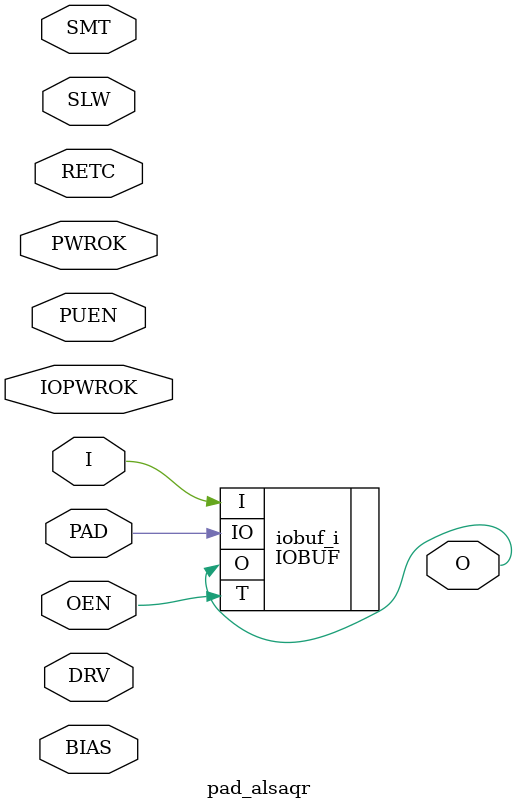
<source format=sv>

module pad_alsaqr_pd
(
  input  logic OEN,
  input  logic I,
  output logic O,
  inout  wire  PAD,
  input  wire  DRV,
  input  wire  SLW,
  input  wire  SMT,
  inout  wire  PWROK,
  inout  wire  IOPWROK,
  inout  wire  BIAS,
  inout  wire  RETC 
);

  (* PULLDOWN = "YES" *)
  IOBUF iobuf_i (
    .T ( OEN  ),
    .I ( I    ),
    .O ( O    ),
    .IO( PAD  )
  );

endmodule

module pad_alsaqr_pu
(
  input  logic OEN,
  input  logic I,
  output logic O,
  inout  wire  PAD,
  input  wire  DRV,
  input  wire  SLW,
  input  wire  SMT,
  inout  wire  PWROK,
  inout  wire  IOPWROK,
  inout  wire  BIAS,
  inout  wire  RETC 
);

  (* PULLUP = "YES" *)
  IOBUF iobuf_i (
    .T ( OEN  ),
    .I ( I    ),
    .O ( O    ),
    .IO( PAD  )
  );

endmodule

module pad_alsaqr
(
  input  logic OEN,
  input  logic I,
  output logic O,
  inout  wire  PAD,
  inout  wire  PUEN,
  input  wire  DRV,
  input  wire  SLW,
  input  wire  SMT,
  inout  wire  PWROK,
  inout  wire  IOPWROK,
  inout  wire  BIAS,
  inout  wire  RETC 
);

  IOBUF iobuf_i (
    .T ( OEN  ),
    .I ( I    ),
    .O ( O    ),
    .IO( PAD  )
  );

endmodule

</source>
